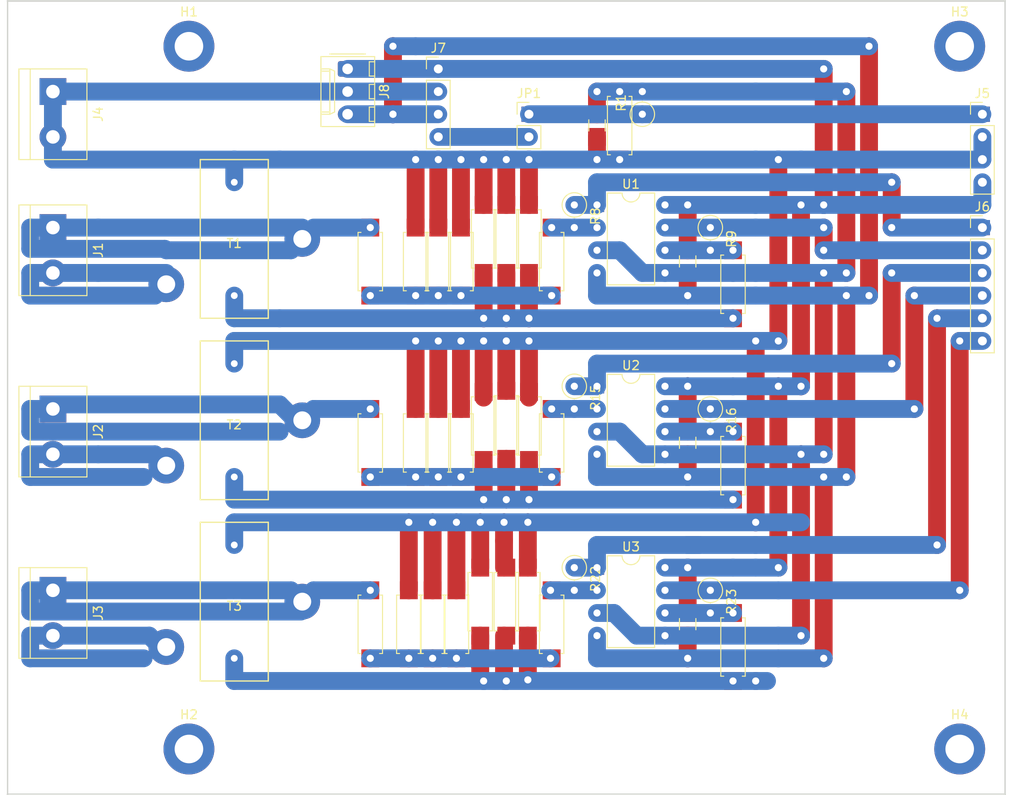
<source format=kicad_pcb>
(kicad_pcb (version 20211014) (generator pcbnew)
  (layers (0 "F.Cu" signal) (31 "B.Cu" signal) (34 "B.Paste" user) (35 "F.Paste" user) (36 "B.SilkS" user "B.Silkscreen") (37 "F.SilkS" user "F.Silkscreen") (38 "B.Mask" user) (39 "F.Mask" user) (44 "Edge.Cuts" user))
  (net 0 "")
  (net 1 "GND")
  (net 2 "VDDF")
  (net 3 "VCC")
  (net 4 "VEE")
  (net 5 "/AFE/sensor0/amp0/V_IN")
  (net 6 "/AFE/sensor0/amp0/I_IN")
  (net 7 "/AFE/sensor1/amp0/V_IN")
  (net 8 "/AFE/sensor1/amp0/I_IN")
  (net 9 "/AFE/sensor2/amp0/V_IN")
  (net 10 "/AFE/sensor2/amp0/I_IN")
  (net 11 "VDD")
  (net 12 "Net-(R6-Pad1)")
  (net 13 "Net-(R7-Pad1)")
  (net 14 "Net-(R13-Pad1)")
  (net 15 "Net-(R14-Pad1)")
  (net 16 "Net-(R20-Pad1)")
  (net 17 "Net-(R21-Pad1)")
  (net 18 "/L1_OR_R3_OUT")
  (net 19 "/L1_OR_R3_IN")
  (net 20 "/E1_OR_S3_IN")
  (net 21 "/E1_OR_S3_OUT")
  (net 22 "/T3_OUT")
  (net 23 "/T3_IN")
  (net 24 "/A0")
  (net 25 "/A1")
  (net 26 "/A2")
  (net 27 "/A3")
  (net 28 "/A4")
  (net 29 "/A5")
  (net 30 "Net-(J7-Pad4)")
  (footprint "For_Rasterboard:R_Axial_DIN0207_L6.3mm_D2.5mm_Pinf_Horizontal" (layer "F.Cu") (at 152.4 66.04 -90)
    (fp_text reference "R13" hide)
    (fp_text value "100k")
  )
  (footprint "For_Rasterboard:R_Axial_DIN0207_L6.3mm_D2.5mm_Pinf_Horizontal" (layer "F.Cu") (at 129.413 88.9 90)
    (fp_text reference "D10" hide)
    (fp_text value "1N4148")
  )
  (footprint "TerminalBlock:TerminalBlock_bornier-2_P5.08mm" (layer "F.Cu") (at 76.2 43.18 -90)
    (fp_text reference "J1")
    (fp_text value "Screw_Terminal_01x02")
  )
  (footprint "For_Rasterboard:R_Axial_DIN0207_L6.3mm_D2.5mm_Pinf_Horizontal" (layer "F.Cu") (at 127 61.468 -90)
    (fp_text reference "D8" hide)
    (fp_text value "1N4148")
  )
  (footprint "Resistor_THT:R_Axial_DIN0207_L6.3mm_D2.5mm_P2.54mm_Vertical" (layer "F.Cu") (at 149.86 63.5 -90)
    (fp_text reference "R16")
    (fp_text value "220k")
  )
  (footprint "MountingHole:MountingHole_3.2mm_M3_ISO7380_Pad" (layer "F.Cu") (at 91.44 22.86)
    (fp_text reference "H1")
    (fp_text value "MountingHole")
  )
  (footprint "MountingHole:MountingHole_3.2mm_M3_ISO7380_Pad" (layer "F.Cu") (at 177.8 22.86)
    (fp_text reference "H3")
    (fp_text value "MountingHole")
  )
  (footprint "MountingHole:MountingHole_3.2mm_M3_ISO7380_Pad" (layer "F.Cu") (at 177.8 101.6)
    (fp_text reference "H4")
    (fp_text value "MountingHole")
  )
  (footprint "MountingHole:MountingHole_3.2mm_M3_ISO7380_Pad" (layer "F.Cu") (at 91.44 101.6)
    (fp_text reference "H2")
    (fp_text value "MountingHole")
  )
  (footprint "For_Rasterboard:C_Disc_D3.0mm_W1.6mm_Pinf" (layer "F.Cu") (at 137.16 30.48 -90)
    (fp_text reference "C1" hide)
    (fp_text value "100n")
  )
  (footprint "Resistor_THT:R_Axial_DIN0207_L6.3mm_D2.5mm_P2.54mm_Vertical" (layer "F.Cu") (at 142.24 30.48 90)
    (fp_text reference "R1")
    (fp_text value "5k6")
  )
  (footprint "Connector_PinHeader_2.54mm:PinHeader_1x04_P2.54mm_Vertical" (layer "F.Cu") (at 119.38 25.4)
    (fp_text reference "J7")
    (fp_text value "Conn_01x04")
  )
  (footprint "Connector_PinHeader_2.54mm:PinHeader_1x02_P2.54mm_Vertical" (layer "F.Cu") (at 129.54 30.48)
    (fp_text reference "JP1")
    (fp_text value "Jumper_2_Open")
  )
  (footprint "Local_Modules:ASM-010" (layer "F.Cu") (at 96.52 44.45)
    (fp_text reference "T1")
    (fp_text value "ASM-010")
  )
  (footprint "TerminalBlock:TerminalBlock_bornier-2_P5.08mm" (layer "F.Cu") (at 76.2 63.5 -90)
    (fp_text reference "J2")
    (fp_text value "Screw_Terminal_01x02")
  )
  (footprint "TerminalBlock:TerminalBlock_bornier-2_P5.08mm" (layer "F.Cu") (at 76.2 83.82 -90)
    (fp_text reference "J3")
    (fp_text value "Screw_Terminal_01x02")
  )
  (footprint "TerminalBlock:TerminalBlock_bornier-2_P5.08mm" (layer "F.Cu") (at 76.2 27.94 -90)
    (fp_text reference "J4")
    (fp_text value "Screw_Terminal_01x02")
  )
  (footprint "Local_Modules:ASM-010" (layer "F.Cu") (at 96.52 64.77)
    (fp_text reference "T2")
    (fp_text value "ASM-010")
  )
  (footprint "Local_Modules:ASM-010" (layer "F.Cu") (at 96.52 85.09)
    (fp_text reference "T3")
    (fp_text value "ASM-010")
  )
  (footprint "For_Rasterboard:C_Disc_D3.0mm_W1.6mm_Pinf" (layer "F.Cu") (at 147.32 45.72 -90)
    (fp_text reference "C2" hide)
    (fp_text value "100n")
  )
  (footprint "For_Rasterboard:C_Disc_D3.0mm_W1.6mm_Pinf" (layer "F.Cu") (at 147.32 86.36 -90)
    (fp_text reference "C4" hide)
    (fp_text value "100n")
  )
  (footprint "Connector_PinHeader_2.54mm:PinHeader_1x04_P2.54mm_Vertical" (layer "F.Cu") (at 180.34 30.48)
    (fp_text reference "J5")
    (fp_text value "Conn_01x04")
  )
  (footprint "Connector_PinHeader_2.54mm:PinHeader_1x06_P2.54mm_Vertical" (layer "F.Cu") (at 180.34 43.18)
    (fp_text reference "J6")
    (fp_text value "Conn_01x06")
  )
  (footprint "For_Rasterboard:R_Axial_DIN0207_L6.3mm_D2.5mm_Pinf_Horizontal" (layer "F.Cu") (at 139.7 27.94 -90)
    (fp_text reference "R2" hide)
    (fp_text value "1k")
  )
  (footprint "For_Rasterboard:R_Axial_DIN0207_L6.3mm_D2.5mm_Pinf_Horizontal" (layer "F.Cu") (at 124.46 48.26 90)
    (fp_text reference "R3" hide)
    (fp_text value "50")
  )
  (footprint "For_Rasterboard:R_Axial_DIN0207_L6.3mm_D2.5mm_Pinf_Horizontal" (layer "F.Cu") (at 111.76 43.18 -90)
    (fp_text reference "R4" hide)
    (fp_text value "1M5")
  )
  (footprint "For_Rasterboard:R_Axial_DIN0207_L6.3mm_D2.5mm_Pinf_Horizontal" (layer "F.Cu") (at 116.84 50.8 90)
    (fp_text reference "R5" hide)
    (fp_text value "1k")
  )
  (footprint "For_Rasterboard:R_Axial_DIN0207_L6.3mm_D2.5mm_Pinf_Horizontal" (layer "F.Cu") (at 152.4 45.72 -90)
    (fp_text reference "R6" hide)
    (fp_text value "100k")
  )
  (footprint "For_Rasterboard:R_Axial_DIN0207_L6.3mm_D2.5mm_Pinf_Horizontal" (layer "F.Cu") (at 124.46 69.215 90)
    (fp_text reference "R10" hide)
    (fp_text value "50")
  )
  (footprint "For_Rasterboard:R_Axial_DIN0207_L6.3mm_D2.5mm_Pinf_Horizontal" (layer "F.Cu") (at 111.76 63.5 -90)
    (fp_text reference "R11" hide)
    (fp_text value "1M5")
  )
  (footprint "For_Rasterboard:R_Axial_DIN0207_L6.3mm_D2.5mm_Pinf_Horizontal" (layer "F.Cu") (at 121.92 71.12 90)
    (fp_text reference "R12" hide)
    (fp_text value "1k")
  )
  (footprint "For_Rasterboard:R_Axial_DIN0207_L6.3mm_D2.5mm_Pinf_Horizontal" (layer "F.Cu") (at 152.4 86.36 -90)
    (fp_text reference "R20" hide)
    (fp_text value "100k")
  )
  (footprint "Package_DIP:DIP-8_W7.62mm" (layer "F.Cu") (at 137.16 40.64)
    (fp_text reference "U1")
    (fp_text value "TL072")
  )
  (footprint "Package_DIP:DIP-8_W7.62mm" (layer "F.Cu") (at 137.16 81.28)
    (fp_text reference "U3")
    (fp_text value "TL072")
  )
  (footprint "Package_DIP:DIP-8_W7.62mm" (layer "F.Cu") (at 137.16 60.96)
    (fp_text reference "U2")
    (fp_text value "TL072")
  )
  (footprint "For_Rasterboard:R_Axial_DIN0207_L6.3mm_D2.5mm_Pinf_Horizontal" (layer "F.Cu") (at 124.079 88.9 90)
    (fp_text reference "R17" hide)
    (fp_text value "50")
  )
  (footprint "For_Rasterboard:R_Axial_DIN0207_L6.3mm_D2.5mm_Pinf_Horizontal" (layer "F.Cu") (at 111.76 83.82 -90)
    (fp_text reference "R18" hide)
    (fp_text value "1M5")
  )
  (footprint "For_Rasterboard:R_Axial_DIN0207_L6.3mm_D2.5mm_Pinf_Horizontal" (layer "F.Cu") (at 121.412 91.44 90)
    (fp_text reference "R19" hide)
    (fp_text value "1k")
  )
  (footprint "For_Rasterboard:C_Disc_D3.0mm_W1.6mm_Pinf" (layer "F.Cu") (at 147.32 66.04 -90)
    (fp_text reference "C3" hide)
    (fp_text value "100n")
  )
  (footprint "Resistor_THT:R_Axial_DIN0207_L6.3mm_D2.5mm_P2.54mm_Vertical" (layer "F.Cu") (at 149.86 43.18 -90)
    (fp_text reference "R9")
    (fp_text value "220k")
  )
  (footprint "Resistor_THT:R_Axial_DIN0207_L6.3mm_D2.5mm_P2.54mm_Vertical" (layer "F.Cu") (at 149.86 83.82 -90)
    (fp_text reference "R23")
    (fp_text value "220k")
  )
  (footprint "For_Rasterboard:R_Axial_DIN0207_L6.3mm_D2.5mm_Pinf_Horizontal" (layer "F.Cu") (at 121.92 50.8 90)
    (fp_text reference "D1" hide)
    (fp_text value "1N4148")
  )
  (footprint "For_Rasterboard:R_Axial_DIN0207_L6.3mm_D2.5mm_Pinf_Horizontal" (layer "F.Cu") (at 119.38 71.12 90)
    (fp_text reference "D5" hide)
    (fp_text value "1N4148")
  )
  (footprint "For_Rasterboard:R_Axial_DIN0207_L6.3mm_D2.5mm_Pinf_Horizontal" (layer "F.Cu") (at 118.745 91.44 90)
    (fp_text reference "D9" hide)
    (fp_text value "1N4148")
  )
  (footprint "For_Rasterboard:R_Axial_DIN0207_L6.3mm_D2.5mm_Pinf_Horizontal" (layer "F.Cu") (at 132.08 43.18 -90)
    (fp_text reference "R7" hide)
    (fp_text value "100k")
  )
  (footprint "Resistor_THT:R_Axial_DIN0207_L6.3mm_D2.5mm_P2.54mm_Vertical" (layer "F.Cu") (at 134.62 40.64 -90)
    (fp_text reference "R8")
    (fp_text value "220k")
  )
  (footprint "For_Rasterboard:R_Axial_DIN0207_L6.3mm_D2.5mm_Pinf_Horizontal" (layer "F.Cu") (at 132.08 63.5 -90)
    (fp_text reference "R14" hide)
    (fp_text value "100k")
  )
  (footprint "Resistor_THT:R_Axial_DIN0207_L6.3mm_D2.5mm_P2.54mm_Vertical" (layer "F.Cu") (at 134.62 60.96 -90)
    (fp_text reference "R15")
    (fp_text value "220k")
  )
  (footprint "For_Rasterboard:R_Axial_DIN0207_L6.3mm_D2.5mm_Pinf_Horizontal" (layer "F.Cu") (at 132.08 83.82 -90)
    (fp_text reference "R21" hide)
    (fp_text value "100k")
  )
  (footprint "Resistor_THT:R_Axial_DIN0207_L6.3mm_D2.5mm_P2.54mm_Vertical" (layer "F.Cu") (at 134.62 81.28 -90)
    (fp_text reference "R22")
    (fp_text value "220k")
  )
  (footprint "For_Rasterboard:R_Axial_DIN0207_L6.3mm_D2.5mm_Pinf_Horizontal" (layer "F.Cu") (at 129.54 48.26 90)
    (fp_text reference "D2" hide)
    (fp_text value "1N4148")
  )
  (footprint "For_Rasterboard:R_Axial_DIN0207_L6.3mm_D2.5mm_Pinf_Horizontal" (layer "F.Cu") (at 119.38 43.18 -90)
    (fp_text reference "D3" hide)
    (fp_text value "1N4148")
  )
  (footprint "For_Rasterboard:R_Axial_DIN0207_L6.3mm_D2.5mm_Pinf_Horizontal" (layer "F.Cu") (at 127 40.64 -90)
    (fp_text reference "D4" hide)
    (fp_text value "1N4148")
  )
  (footprint "For_Rasterboard:R_Axial_DIN0207_L6.3mm_D2.5mm_Pinf_Horizontal" (layer "F.Cu") (at 129.54 69.215 90)
    (fp_text reference "D6" hide)
    (fp_text value "1N4148")
  )
  (footprint "For_Rasterboard:R_Axial_DIN0207_L6.3mm_D2.5mm_Pinf_Horizontal" (layer "F.Cu") (at 116.84 63.5 -90)
    (fp_text reference "D7" hide)
    (fp_text value "1N4148")
  )
  (footprint "For_Rasterboard:R_Axial_DIN0207_L6.3mm_D2.5mm_Pinf_Horizontal" (layer "F.Cu") (at 116.078 83.82 -90)
    (fp_text reference "D11" hide)
    (fp_text value "1N4148")
  )
  (footprint "For_Rasterboard:R_Axial_DIN0207_L6.3mm_D2.5mm_Pinf_Horizontal" (layer "F.Cu") (at 127 81.28 -90)
    (fp_text reference "D12" hide)
    (fp_text value "1N4148")
  )
  (footprint "Connector_Molex:Molex_KK-254_AE-6410-03A_1x03_P2.54mm_Vertical" (layer "F.Cu") (at 109.22 25.4 -90)
    (fp_text reference "J8")
    (fp_text value "NS25-W3P male")
  )
  (gr_line (start 71.12 106.68) (end 182.88 106.68) (layer "Edge.Cuts") (width 0.2))
  (gr_line (start 71.12 106.68) (end 71.12 17.78) (layer "Edge.Cuts") (width 0.15))
  (gr_line (start 182.88 106.68) (end 182.88 17.78) (layer "Edge.Cuts") (width 0.15))
  (gr_line (start 71.12 17.78) (end 182.88 17.78) (layer "Edge.Cuts") (width 0.2))
  (segment (start 126.746 78.28) (end 126.746 76.2) (width 2) (layer "F.Cu") (net 1))
  (segment (start 126.746 81.28) (end 126.746 78.28) (width 2) (layer "F.Cu") (net 1))
  (segment (start 129.413 81.28) (end 129.413 76.2) (width 2) (layer "F.Cu") (net 1))
  (segment (start 121.92 63.5) (end 121.92 55.88) (width 2) (layer "F.Cu") (net 1))
  (segment (start 157.48 35.56) (end 157.48 55.88) (width 2) (layer "F.Cu") (net 1))
  (segment (start 116.078 83.82) (end 116.078 76.2) (width 2) (layer "F.Cu") (net 1))
  (segment (start 116.84 43.18) (end 116.84 35.56) (width 2) (layer "F.Cu") (net 1))
  (segment (start 129.54 40.64) (end 129.54 35.56) (width 2) (layer "F.Cu") (net 1))
  (segment (start 119.38 63.5) (end 119.38 55.88) (width 2) (layer "F.Cu") (net 1))
  (segment (start 121.412 83.82) (end 121.412 76.835) (width 2) (layer "F.Cu") (net 1))
  (segment (start 118.745 83.82) (end 118.745 76.835) (width 2) (layer "F.Cu") (net 1))
  (segment (start 127 40.64) (end 127 35.56) (width 2) (layer "F.Cu") (net 1))
  (segment (start 127 61.468) (end 127 55.88) (width 2) (layer "F.Cu") (net 1))
  (segment (start 124.46 62.23) (end 124.46 55.88) (width 2) (layer "F.Cu") (net 1))
  (segment (start 116.84 63.5) (end 116.84 55.88) (width 2) (layer "F.Cu") (net 1))
  (segment (start 119.38 43.18) (end 119.38 35.56) (width 2) (layer "F.Cu") (net 1))
  (segment (start 124.079 81.28) (end 124.079 76.2) (width 2) (layer "F.Cu") (net 1))
  (segment (start 124.46 40.64) (end 124.46 35.56) (width 2) (layer "F.Cu") (net 1))
  (segment (start 154.94 55.88) (end 154.94 76.2) (width 2) (layer "F.Cu") (net 1))
  (segment (start 129.54 62.23) (end 129.54 55.88) (width 2) (layer "F.Cu") (net 1))
  (segment (start 137.16 33.02) (end 137.16 35.56) (width 2) (layer "F.Cu") (net 1))
  (segment (start 121.92 43.18) (end 121.92 35.56) (width 2) (layer "F.Cu") (net 1))
  (via (at 126.746 76.2) (size 2) (drill 0.8) (layers "F.Cu" "B.Cu") (net 1))
  (via (at 129.413 76.2) (size 2) (drill 0.8) (layers "F.Cu" "B.Cu") (net 1))
  (via (at 157.48 35.56) (size 2) (drill 0.8) (layers "F.Cu" "B.Cu") (net 1))
  (via (at 129.54 55.88) (size 2) (drill 0.8) (layers "F.Cu" "B.Cu") (net 1))
  (via (at 119.38 35.56) (size 2) (drill 0.8) (layers "F.Cu" "B.Cu") (net 1))
  (via (at 139.7 35.56) (size 2) (drill 0.8) (layers "F.Cu" "B.Cu") (net 1))
  (via (at 127 35.56) (size 2) (drill 0.8) (layers "F.Cu" "B.Cu") (net 1))
  (via (at 157.48 55.88) (size 2) (drill 0.8) (layers "F.Cu" "B.Cu") (net 1))
  (via (at 154.94 55.88) (size 2) (drill 0.8) (layers "F.Cu" "B.Cu") (net 1))
  (via (at 129.54 35.56) (size 2) (drill 0.8) (layers "F.Cu" "B.Cu") (net 1))
  (via (at 116.078 76.2) (size 2) (drill 0.8) (layers "F.Cu" "B.Cu") (net 1))
  (via (at 154.94 76.2) (size 2) (drill 0.8) (layers "F.Cu" "B.Cu") (net 1))
  (via (at 124.079 76.2) (size 2) (drill 0.8) (layers "F.Cu" "B.Cu") (net 1))
  (via (at 119.38 55.88) (size 2) (drill 0.8) (layers "F.Cu" "B.Cu") (net 1))
  (via (at 116.84 55.88) (size 2) (drill 0.8) (layers "F.Cu" "B.Cu") (net 1))
  (via (at 127 55.88) (size 2) (drill 0.8) (layers "F.Cu" "B.Cu") (net 1))
  (via (at 137.16 35.56) (size 2) (drill 0.8) (layers "F.Cu" "B.Cu") (net 1))
  (via (at 118.745 76.2) (size 2) (drill 0.8) (layers "F.Cu" "B.Cu") (net 1))
  (via (at 116.84 35.56) (size 2) (drill 0.8) (layers "F.Cu" "B.Cu") (net 1))
  (via (at 121.92 35.56) (size 2) (drill 0.8) (layers "F.Cu" "B.Cu") (net 1))
  (via (at 124.46 55.88) (size 2) (drill 0.8) (layers "F.Cu" "B.Cu") (net 1))
  (via (at 121.92 55.88) (size 2) (drill 0.8) (layers "F.Cu" "B.Cu") (net 1))
  (via (at 124.46 35.56) (size 2) (drill 0.8) (layers "F.Cu" "B.Cu") (net 1))
  (via (at 121.412 76.2) (size 2) (drill 0.8) (layers "F.Cu" "B.Cu") (net 1))
  (segment (start 96.52 55.88) (end 154.94 55.88) (width 2) (layer "B.Cu") (net 1))
  (segment (start 96.52 35.56) (end 96.52 38.1) (width 2) (layer "B.Cu") (net 1))
  (segment (start 137.16 35.56) (end 101.6 35.56) (width 2) (layer "B.Cu") (net 1))
  (segment (start 96.52 78.74) (end 96.52 76.2) (width 2) (layer "B.Cu") (net 1))
  (segment (start 157.48 35.56) (end 154.94 35.56) (width 2) (layer "B.Cu") (net 1))
  (segment (start 118.745 76.2) (end 121.92 76.2) (width 2) (layer "B.Cu") (net 1))
  (segment (start 180.34 35.56) (end 180.34 33.02) (width 2) (layer "B.Cu") (net 1))
  (segment (start 96.52 35.56) (end 101.6 35.56) (width 2) (layer "B.Cu") (net 1))
  (segment (start 154.94 35.56) (end 137.16 35.56) (width 2) (layer "B.Cu") (net 1))
  (segment (start 160.02 35.56) (end 157.48 35.56) (width 2) (layer "B.Cu") (net 1))
  (segment (start 96.52 58.42) (end 96.52 55.88) (width 2) (layer "B.Cu") (net 1))
  (segment (start 157.48 76.2) (end 160.02 76.2) (width 2) (layer "B.Cu") (net 1))
  (segment (start 76.2 35.56) (end 76.2 27.94) (width 2) (layer "B.Cu") (net 1))
  (segment (start 96.52 76.2) (end 118.745 76.2) (width 2) (layer "B.Cu") (net 1))
  (segment (start 154.94 55.88) (end 157.48 55.88) (width 2) (layer "B.Cu") (net 1))
  (segment (start 121.92 76.2) (end 157.48 76.2) (width 2) (layer "B.Cu") (net 1))
  (segment (start 96.52 35.56) (end 76.2 35.56) (width 2) (layer "B.Cu") (net 1))
  (segment (start 160.02 35.56) (end 180.34 35.56) (width 2) (layer "B.Cu") (net 1))
  (segment (start 119.38 27.94) (end 76.2 27.94) (width 2) (layer "B.Cu") (net 1))
  (segment (start 160.02 68.58) (end 160.02 88.9) (width 2) (layer "F.Cu") (net 2))
  (segment (start 165.1 48.26) (end 165.1 27.94) (width 2) (layer "F.Cu") (net 2))
  (segment (start 162.56 48.26) (end 162.56 68.58) (width 2) (layer "F.Cu") (net 2))
  (segment (start 137.16 30.48) (end 137.16 27.94) (width 2) (layer "F.Cu") (net 2))
  (via (at 162.56 48.26) (size 2) (drill 0.8) (layers "F.Cu" "B.Cu") (net 2))
  (via (at 165.1 27.94) (size 2) (drill 0.8) (layers "F.Cu" "B.Cu") (net 2))
  (via (at 165.1 48.26) (size 2) (drill 0.8) (layers "F.Cu" "B.Cu") (net 2))
  (via (at 137.16 27.94) (size 2) (drill 0.8) (layers "F.Cu" "B.Cu") (net 2))
  (via (at 139.7 27.94) (size 2) (drill 0.8) (layers "F.Cu" "B.Cu") (net 2))
  (via (at 160.02 68.58) (size 2) (drill 0.8) (layers "F.Cu" "B.Cu") (net 2))
  (via (at 160.02 88.9) (size 2) (drill 0.8) (layers "F.Cu" "B.Cu") (net 2))
  (via (at 162.56 68.58) (size 2) (drill 0.8) (layers "F.Cu" "B.Cu") (net 2))
  (segment (start 139.7 45.72) (end 142.24 48.26) (width 2) (layer "B.Cu") (net 2))
  (segment (start 141.605 88.9) (end 144.78 88.9) (width 2) (layer "B.Cu") (net 2))
  (segment (start 154.94 48.26) (end 162.56 48.26) (width 2) (layer "B.Cu") (net 2))
  (segment (start 137.16 45.72) (end 139.7 45.72) (width 2) (layer "B.Cu") (net 2))
  (segment (start 160.02 68.58) (end 144.78 68.58) (width 2) (layer "B.Cu") (net 2))
  (segment (start 139.7 66.04) (end 142.24 68.58) (width 2) (layer "B.Cu") (net 2))
  (segment (start 154.94 27.94) (end 142.24 27.94) (width 2) (layer "B.Cu") (net 2))
  (segment (start 165.1 27.94) (end 154.94 27.94) (width 2) (layer "B.Cu") (net 2))
  (segment (start 162.56 48.26) (end 165.1 48.26) (width 2) (layer "B.Cu") (net 2))
  (segment (start 142.24 27.94) (end 139.7 27.94) (width 2) (layer "B.Cu") (net 2))
  (segment (start 142.24 48.26) (end 144.78 48.26) (width 2) (layer "B.Cu") (net 2))
  (segment (start 160.02 88.9) (end 157.48 88.9) (width 2) (layer "B.Cu") (net 2))
  (segment (start 137.16 86.36) (end 139.065 86.36) (width 2) (layer "B.Cu") (net 2))
  (segment (start 144.78 48.26) (end 152.4 48.26) (width 2) (layer "B.Cu") (net 2))
  (segment (start 152.4 48.26) (end 154.94 48.26) (width 2) (layer "B.Cu") (net 2))
  (segment (start 162.56 68.58) (end 160.02 68.58) (width 2) (layer "B.Cu") (net 2))
  (segment (start 142.24 68.58) (end 144.78 68.58) (width 2) (layer "B.Cu") (net 2))
  (segment (start 144.78 88.9) (end 157.48 88.9) (width 2) (layer "B.Cu") (net 2))
  (segment (start 139.7 27.94) (end 137.16 27.94) (width 2) (layer "B.Cu") (net 2))
  (segment (start 139.065 86.36) (end 141.605 88.9) (width 2) (layer "B.Cu") (net 2))
  (segment (start 137.16 66.04) (end 139.7 66.04) (width 2) (layer "B.Cu") (net 2))
  (segment (start 147.32 45.72) (end 147.32 40.64) (width 2) (layer "F.Cu") (net 3))
  (segment (start 157.48 81.28) (end 157.48 60.96) (width 2) (layer "F.Cu") (net 3))
  (segment (start 160.02 60.96) (end 160.02 40.64) (width 2) (layer "F.Cu") (net 3))
  (segment (start 147.32 66.04) (end 147.32 60.96) (width 2) (layer "F.Cu") (net 3))
  (segment (start 162.56 40.64) (end 162.56 25.4) (width 2) (layer "F.Cu") (net 3))
  (segment (start 147.32 86.36) (end 147.32 81.28) (width 2) (layer "F.Cu") (net 3))
  (via (at 157.48 81.28) (size 2) (drill 0.8) (layers "F.Cu" "B.Cu") (net 3))
  (via (at 147.32 60.96) (size 2) (drill 0.8) (layers "F.Cu" "B.Cu") (net 3))
  (via (at 162.56 40.64) (size 2) (drill 0.8) (layers "F.Cu" "B.Cu") (net 3))
  (via (at 160.02 60.96) (size 2) (drill 0.8) (layers "F.Cu" "B.Cu") (net 3))
  (via (at 147.32 40.64) (size 2) (drill 0.8) (layers "F.Cu" "B.Cu") (net 3))
  (via (at 162.56 25.4) (size 2) (drill 0.8) (layers "F.Cu" "B.Cu") (net 3))
  (via (at 160.02 40.64) (size 2) (drill 0.8) (layers "F.Cu" "B.Cu") (net 3))
  (via (at 157.48 60.96) (size 2) (drill 0.8) (layers "F.Cu" "B.Cu") (net 3))
  (via (at 147.32 81.28) (size 2) (drill 0.8) (layers "F.Cu" "B.Cu") (net 3))
  (segment (start 119.38 25.4) (end 109.22 25.4) (width 2) (layer "B.Cu") (net 3))
  (segment (start 144.78 81.28) (end 147.32 81.28) (width 2) (layer "B.Cu") (net 3))
  (segment (start 144.78 60.96) (end 147.32 60.96) (width 2) (layer "B.Cu") (net 3))
  (segment (start 154.94 60.96) (end 152.4 60.96) (width 2) (layer "B.Cu") (net 3))
  (segment (start 152.4 81.28) (end 154.94 81.28) (width 2) (layer "B.Cu") (net 3))
  (segment (start 154.94 81.28) (end 157.48 81.28) (width 2) (layer "B.Cu") (net 3))
  (segment (start 147.32 81.28) (end 152.4 81.28) (width 2) (layer "B.Cu") (net 3))
  (segment (start 162.56 25.4) (end 119.38 25.4) (width 2) (layer "B.Cu") (net 3))
  (segment (start 162.56 40.64) (end 180.34 40.64) (width 2) (layer "B.Cu") (net 3))
  (segment (start 147.32 60.96) (end 152.4 60.96) (width 2) (layer "B.Cu") (net 3))
  (segment (start 160.02 40.64) (end 162.56 40.64) (width 2) (layer "B.Cu") (net 3))
  (segment (start 154.94 60.96) (end 160.02 60.96) (width 2) (layer "B.Cu") (net 3))
  (segment (start 160.02 40.64) (end 154.94 40.64) (width 2) (layer "B.Cu") (net 3))
  (segment (start 144.78 40.64) (end 154.94 40.64) (width 2) (layer "B.Cu") (net 3))
  (segment (start 180.34 40.64) (end 180.34 38.1) (width 2) (layer "B.Cu") (net 3))
  (segment (start 147.32 88.9) (end 147.32 91.44) (width 2) (layer "F.Cu") (net 4))
  (segment (start 147.32 68.58) (end 147.32 71.12) (width 2) (layer "F.Cu") (net 4))
  (segment (start 162.56 91.44) (end 162.56 71.12) (width 2) (layer "F.Cu") (net 4))
  (segment (start 114.3 22.86) (end 114.3 30.48) (width 2) (layer "F.Cu") (net 4))
  (segment (start 147.32 50.8) (end 147.32 48.26) (width 2) (layer "F.Cu") (net 4))
  (segment (start 167.64 50.8) (end 167.64 22.86) (width 2) (layer "F.Cu") (net 4))
  (segment (start 165.1 71.12) (end 165.1 50.8) (width 2) (layer "F.Cu") (net 4))
  (via (at 114.3 30.48) (size 2) (drill 0.8) (layers "F.Cu" "B.Cu") (net 4))
  (via (at 162.56 91.44) (size 2) (drill 0.8) (layers "F.Cu" "B.Cu") (net 4))
  (via (at 114.3 30.48) (size 2) (drill 0.8) (layers "F.Cu" "B.Cu") (net 4))
  (via (at 147.32 71.12) (size 2) (drill 0.8) (layers "F.Cu" "B.Cu") (net 4))
  (via (at 147.32 50.8) (size 2) (drill 0.8) (layers "F.Cu" "B.Cu") (net 4))
  (via (at 147.32 91.44) (size 2) (drill 0.8) (layers "F.Cu" "B.Cu") (net 4))
  (via (at 114.3 22.86) (size 2) (drill 0.8) (layers "F.Cu" "B.Cu") (net 4))
  (via (at 162.56 71.12) (size 2) (drill 0.8) (layers "F.Cu" "B.Cu") (net 4))
  (via (at 167.64 50.8) (size 2) (drill 0.8) (layers "F.Cu" "B.Cu") (net 4))
  (via (at 167.64 22.86) (size 2) (drill 0.8) (layers "F.Cu" "B.Cu") (net 4))
  (via (at 165.1 71.12) (size 2) (drill 0.8) (layers "F.Cu" "B.Cu") (net 4))
  (via (at 165.1 50.8) (size 2) (drill 0.8) (layers "F.Cu" "B.Cu") (net 4))
  (segment (start 137.16 50.8) (end 137.16 48.26) (width 2) (layer "B.Cu") (net 4))
  (segment (start 147.32 71.12) (end 137.16 71.12) (width 2) (layer "B.Cu") (net 4))
  (segment (start 157.48 91.44) (end 162.56 91.44) (width 2) (layer "B.Cu") (net 4))
  (segment (start 167.64 22.86) (end 116.84 22.86) (width 2) (layer "B.Cu") (net 4))
  (segment (start 114.3 30.48) (end 109.22 30.48) (width 2) (layer "B.Cu") (net 4))
  (segment (start 119.38 30.48) (end 114.3 30.48) (width 2) (layer "B.Cu") (net 4))
  (segment (start 165.1 50.8) (end 167.64 50.8) (width 2) (layer "B.Cu") (net 4))
  (segment (start 116.84 22.86) (end 114.3 22.86) (width 2) (layer "B.Cu") (net 4))
  (segment (start 137.16 88.9) (end 137.16 91.44) (width 2) (layer "B.Cu") (net 4))
  (segment (start 163.131283 71.12) (end 165.1 71.12) (width 2) (layer "B.Cu") (net 4))
  (segment (start 147.32 71.12) (end 163.131283 71.12) (width 2) (layer "B.Cu") (net 4))
  (segment (start 154.94 50.8) (end 137.16 50.8) (width 2) (layer "B.Cu") (net 4))
  (segment (start 137.16 91.44) (end 157.48 91.44) (width 2) (layer "B.Cu") (net 4))
  (segment (start 137.16 71.12) (end 137.16 68.58) (width 2) (layer "B.Cu") (net 4))
  (segment (start 154.94 50.8) (end 165.1 50.8) (width 2) (layer "B.Cu") (net 4))
  (via (at 116.84 50.8) (size 2) (drill 0.8) (layers "F.Cu" "B.Cu") (net 5))
  (via (at 121.92 50.8) (size 2) (drill 0.8) (layers "F.Cu" "B.Cu") (net 5))
  (via (at 111.76 50.8) (size 2) (drill 0.8) (layers "F.Cu" "B.Cu") (net 5))
  (via (at 132.08 50.8) (size 2) (drill 0.8) (layers "F.Cu" "B.Cu") (net 5))
  (via (at 119.38 50.8) (size 2) (drill 0.8) (layers "F.Cu" "B.Cu") (net 5))
  (segment (start 132.08 50.8) (end 111.76 50.8) (width 2) (layer "B.Cu") (net 5))
  (segment (start 127 48.26) (end 127 53.34) (width 2) (layer "F.Cu") (net 6))
  (segment (start 129.54 48.26) (end 129.54 53.34) (width 2) (layer "F.Cu") (net 6))
  (segment (start 124.46 48.26) (end 124.46 53.34) (width 2) (layer "F.Cu") (net 6))
  (via (at 127 53.34) (size 2) (drill 0.8) (layers "F.Cu" "B.Cu") (net 6))
  (via (at 152.4 53.34) (size 2) (drill 0.8) (layers "F.Cu" "B.Cu") (net 6))
  (via (at 124.46 53.34) (size 2) (drill 0.8) (layers "F.Cu" "B.Cu") (net 6))
  (via (at 129.54 53.34) (size 2) (drill 0.8) (layers "F.Cu" "B.Cu") (net 6))
  (segment (start 152.4 53.34) (end 101.6 53.34) (width 2) (layer "B.Cu") (net 6))
  (segment (start 96.52 53.34) (end 96.52 50.8) (width 2) (layer "B.Cu") (net 6))
  (segment (start 96.52 53.34) (end 101.6 53.34) (width 2) (layer "B.Cu") (net 6))
  (via (at 116.84 71.12) (size 2) (drill 0.8) (layers "F.Cu" "B.Cu") (net 7))
  (via (at 121.92 71.12) (size 2) (drill 0.8) (layers "F.Cu" "B.Cu") (net 7))
  (via (at 119.38 71.12) (size 2) (drill 0.8) (layers "F.Cu" "B.Cu") (net 7))
  (via (at 111.76 71.12) (size 2) (drill 0.8) (layers "F.Cu" "B.Cu") (net 7))
  (via (at 132.08 71.12) (size 2) (drill 0.8) (layers "F.Cu" "B.Cu") (net 7))
  (segment (start 132.08 71.12) (end 111.76 71.12) (width 2) (layer "B.Cu") (net 7))
  (segment (start 127 72.088) (end 127 73.66) (width 2) (layer "F.Cu") (net 8))
  (segment (start 129.54 69.85) (end 129.54 73.66) (width 2) (layer "F.Cu") (net 8))
  (segment (start 127 69.088) (end 127 72.088) (width 2) (layer "F.Cu") (net 8))
  (segment (start 124.46 69.85) (end 124.46 73.66) (width 2) (layer "F.Cu") (net 8))
  (via (at 124.46 73.66) (size 2) (drill 0.8) (layers "F.Cu" "B.Cu") (net 8))
  (via (at 127 73.66) (size 2) (drill 0.8) (layers "F.Cu" "B.Cu") (net 8))
  (via (at 129.54 73.66) (size 2) (drill 0.8) (layers "F.Cu" "B.Cu") (net 8))
  (via (at 152.4 73.66) (size 2) (drill 0.8) (layers "F.Cu" "B.Cu") (net 8))
  (segment (start 149.86 73.66) (end 152.4 73.66) (width 2) (layer "B.Cu") (net 8))
  (segment (start 96.52 73.66) (end 152.4 73.66) (width 2) (layer "B.Cu") (net 8))
  (segment (start 96.52 71.12) (end 96.52 73.66) (width 2) (layer "B.Cu") (net 8))
  (via (at 121.412 91.44) (size 2) (drill 0.8) (layers "F.Cu" "B.Cu") (net 9))
  (via (at 116.078 91.44) (size 2) (drill 0.8) (layers "F.Cu" "B.Cu") (net 9))
  (via (at 131.953 91.44) (size 2) (drill 0.8) (layers "F.Cu" "B.Cu") (net 9))
  (via (at 118.745 91.44) (size 2) (drill 0.8) (layers "F.Cu" "B.Cu") (net 9))
  (via (at 111.76 91.44) (size 2) (drill 0.8) (layers "F.Cu" "B.Cu") (net 9))
  (segment (start 131.953 91.44) (end 111.76 91.44) (width 2) (layer "B.Cu") (net 9))
  (segment (start 126.746 88.9) (end 126.746 93.98) (width 2) (layer "F.Cu") (net 10))
  (segment (start 124.079 91.9) (end 123.952 92.027) (width 2) (layer "F.Cu") (net 10))
  (segment (start 129.413 88.9) (end 129.413 93.853) (width 2) (layer "F.Cu") (net 10))
  (segment (start 124.079 88.9) (end 124.079 91.9) (width 2) (layer "F.Cu") (net 10))
  (segment (start 124.079 91.9) (end 124.079 93.853) (width 2) (layer "F.Cu") (net 10))
  (via (at 154.94 93.98) (size 2) (drill 0.8) (layers "F.Cu" "B.Cu") (net 10))
  (via (at 127 93.98) (size 2) (drill 0.8) (layers "F.Cu" "B.Cu") (net 10))
  (via (at 152.4 93.98) (size 2) (drill 0.8) (layers "F.Cu" "B.Cu") (net 10))
  (via (at 124.46 93.98) (size 2) (drill 0.8) (layers "F.Cu" "B.Cu") (net 10))
  (via (at 129.413 93.853) (size 2) (drill 0.8) (layers "F.Cu" "B.Cu") (net 10))
  (segment (start 152.4 93.98) (end 156.21 93.98) (width 2) (layer "B.Cu") (net 10))
  (segment (start 124.46 93.98) (end 127 93.98) (width 2) (layer "B.Cu") (net 10))
  (segment (start 96.52 93.98) (end 124.46 93.98) (width 2) (layer "B.Cu") (net 10))
  (segment (start 127 93.98) (end 152.4 93.98) (width 2) (layer "B.Cu") (net 10))
  (segment (start 96.52 91.44) (end 96.52 93.98) (width 2) (layer "B.Cu") (net 10))
  (segment (start 165.1 30.48) (end 142.24 30.48) (width 2) (layer "B.Cu") (net 11))
  (segment (start 165.1 30.48) (end 180.34 30.48) (width 2) (layer "B.Cu") (net 11))
  (segment (start 129.54 30.48) (end 142.24 30.48) (width 2) (layer "B.Cu") (net 11))
  (via (at 152.4 45.72) (size 2) (drill 0.8) (layers "F.Cu" "B.Cu") (net 12))
  (segment (start 149.86 45.72) (end 152.4 45.72) (width 2) (layer "B.Cu") (net 12))
  (segment (start 144.78 45.72) (end 149.86 45.72) (width 2) (layer "B.Cu") (net 12))
  (via (at 132.08 43.18) (size 2) (drill 0.8) (layers "F.Cu" "B.Cu") (net 13))
  (segment (start 137.16 43.18) (end 134.62 43.18) (width 2) (layer "B.Cu") (net 13))
  (segment (start 134.62 43.18) (end 132.08 43.18) (width 2) (layer "B.Cu") (net 13))
  (via (at 152.4 66.04) (size 2) (drill 0.8) (layers "F.Cu" "B.Cu") (net 14))
  (segment (start 152.4 66.04) (end 149.86 66.04) (width 2) (layer "B.Cu") (net 14))
  (segment (start 144.78 66.04) (end 149.86 66.04) (width 2) (layer "B.Cu") (net 14))
  (via (at 132.08 63.5) (size 2) (drill 0.8) (layers "F.Cu" "B.Cu") (net 15))
  (segment (start 134.62 63.5) (end 137.16 63.5) (width 2) (layer "B.Cu") (net 15))
  (segment (start 134.62 63.5) (end 132.08 63.5) (width 2) (layer "B.Cu") (net 15))
  (via (at 152.4 86.36) (size 2) (drill 0.8) (layers "F.Cu" "B.Cu") (net 16))
  (segment (start 151.13 86.36) (end 152.4 86.36) (width 2) (layer "B.Cu") (net 16))
  (segment (start 144.78 86.36) (end 151.13 86.36) (width 2) (layer "B.Cu") (net 16))
  (via (at 131.953 83.82) (size 2) (drill 0.8) (layers "F.Cu" "B.Cu") (net 17))
  (segment (start 137.16 83.82) (end 131.953 83.82) (width 2) (layer "B.Cu") (net 17))
  (via (at 111.76 43.18) (size 2) (drill 0.8) (layers "F.Cu" "B.Cu") (net 18))
  (segment (start 73.66 45.559999) (end 73.66 43.18) (width 2) (layer "B.Cu") (net 18))
  (segment (start 88.739999 45.559999) (end 73.66 45.559999) (width 2) (layer "B.Cu") (net 18))
  (segment (start 81.28 43.18) (end 73.66 43.18) (width 2) (layer "B.Cu") (net 18))
  (segment (start 104.14 44.45) (end 102.87 45.72) (width 2) (layer "B.Cu") (net 18))
  (segment (start 111.76 43.18) (end 105.41 43.18) (width 2) (layer "B.Cu") (net 18))
  (segment (start 88.9 45.72) (end 88.739999 45.559999) (width 2) (layer "B.Cu") (net 18))
  (segment (start 102.87 45.72) (end 88.9 45.72) (width 2) (layer "B.Cu") (net 18))
  (segment (start 104.14 43.18) (end 81.28 43.18) (width 2) (layer "B.Cu") (net 18))
  (segment (start 87.63 50.8) (end 88.9 49.53) (width 2) (layer "B.Cu") (net 19))
  (segment (start 81.28 48.26) (end 73.66 48.26) (width 2) (layer "B.Cu") (net 19))
  (segment (start 73.66 48.26) (end 73.66 50.8) (width 2) (layer "B.Cu") (net 19))
  (segment (start 88.9 48.26) (end 81.28 48.26) (width 2) (layer "B.Cu") (net 19))
  (segment (start 73.66 50.8) (end 87.63 50.8) (width 2) (layer "B.Cu") (net 19))
  (segment (start 81.28 68.58) (end 87.63 68.58) (width 2) (layer "B.Cu") (net 20))
  (segment (start 81.28 68.58) (end 73.66 68.58) (width 2) (layer "B.Cu") (net 20))
  (segment (start 87.63 68.58) (end 88.9 69.85) (width 2) (layer "B.Cu") (net 20))
  (segment (start 73.66 71.12) (end 73.66 68.58) (width 2) (layer "B.Cu") (net 20))
  (segment (start 86.36 71.12) (end 73.66 71.12) (width 2) (layer "B.Cu") (net 20))
  (via (at 111.76 63.5) (size 2) (drill 0.8) (layers "F.Cu" "B.Cu") (net 21))
  (segment (start 101.6 66.04) (end 75.116002 66.04) (width 2) (layer "B.Cu") (net 21))
  (segment (start 104.14 64.77) (end 103.505 64.77) (width 2) (layer "B.Cu") (net 21))
  (segment (start 105.41 63.5) (end 104.14 64.77) (width 2) (layer "B.Cu") (net 21))
  (segment (start 73.66 66.04) (end 73.66 63.5) (width 2) (layer "B.Cu") (net 21))
  (segment (start 101.6 62.992) (end 76.708 62.992) (width 2) (layer "B.Cu") (net 21))
  (segment (start 75.116002 66.04) (end 73.66 66.04) (width 2) (layer "B.Cu") (net 21))
  (segment (start 76.708 62.992) (end 76.2 63.5) (width 2) (layer "B.Cu") (net 21))
  (segment (start 104.14 64.77) (end 103.378 64.77) (width 2) (layer "B.Cu") (net 21))
  (segment (start 103.378 64.77) (end 101.6 62.992) (width 2) (layer "B.Cu") (net 21))
  (segment (start 111.76 63.5) (end 105.41 63.5) (width 2) (layer "B.Cu") (net 21))
  (segment (start 76.2 63.5) (end 73.66 63.5) (width 2) (layer "B.Cu") (net 21))
  (via (at 111.76 83.82) (size 2) (drill 0.8) (layers "F.Cu" "B.Cu") (net 22))
  (segment (start 73.66 83.82) (end 102.87 83.82) (width 2) (layer "B.Cu") (net 22))
  (segment (start 111.76 83.82) (end 105.41 83.82) (width 2) (layer "B.Cu") (net 22))
  (segment (start 105.41 83.82) (end 104.14 85.09) (width 2) (layer "B.Cu") (net 22))
  (segment (start 73.66 83.82) (end 73.66 86.199999) (width 2) (layer "B.Cu") (net 22))
  (segment (start 102.87 83.82) (end 104.14 85.09) (width 2) (layer "B.Cu") (net 22))
  (segment (start 73.66 86.199999) (end 103.979999 86.199999) (width 2) (layer "B.Cu") (net 22))
  (segment (start 86.36 91.44) (end 73.66 91.44) (width 2) (layer "B.Cu") (net 23))
  (segment (start 73.66 91.44) (end 73.66 88.9) (width 2) (layer "B.Cu") (net 23))
  (segment (start 88.265 90.17) (end 88.9 90.17) (width 2) (layer "B.Cu") (net 23))
  (segment (start 73.66 88.9) (end 86.995 88.9) (width 2) (layer "B.Cu") (net 23))
  (segment (start 86.995 88.9) (end 88.265 90.17) (width 2) (layer "B.Cu") (net 23))
  (segment (start 170.18 38.1) (end 170.18 43.18) (width 2) (layer "F.Cu") (net 24))
  (via (at 170.18 38.1) (size 2) (drill 0.8) (layers "F.Cu" "B.Cu") (net 24))
  (via (at 170.18 43.18) (size 2) (drill 0.8) (layers "F.Cu" "B.Cu") (net 24))
  (segment (start 170.18 43.18) (end 180.34 43.18) (width 2) (layer "B.Cu") (net 24))
  (segment (start 137.16 40.64) (end 134.62 40.64) (width 2) (layer "B.Cu") (net 24))
  (segment (start 137.16 38.1) (end 162.56 38.1) (width 2) (layer "B.Cu") (net 24))
  (segment (start 162.56 38.1) (end 170.18 38.1) (width 2) (layer "B.Cu") (net 24))
  (segment (start 137.16 40.64) (end 137.16 38.1) (width 2) (layer "B.Cu") (net 24))
  (segment (start 162.56 43.18) (end 162.56 45.72) (width 2) (layer "F.Cu") (net 25))
  (via (at 162.56 43.18) (size 2) (drill 0.8) (layers "F.Cu" "B.Cu") (net 25))
  (via (at 162.56 45.72) (size 2) (drill 0.8) (layers "F.Cu" "B.Cu") (net 25))
  (segment (start 154.94 43.18) (end 162.56 43.18) (width 2) (layer "B.Cu") (net 25))
  (segment (start 144.78 43.18) (end 154.94 43.18) (width 2) (layer "B.Cu") (net 25))
  (segment (start 162.56 45.72) (end 180.34 45.72) (width 2) (layer "B.Cu") (net 25))
  (segment (start 170.18 58.42) (end 170.18 48.26) (width 2) (layer "F.Cu") (net 26))
  (via (at 170.18 58.42) (size 2) (drill 0.8) (layers "F.Cu" "B.Cu") (net 26))
  (via (at 170.18 48.26) (size 2) (drill 0.8) (layers "F.Cu" "B.Cu") (net 26))
  (segment (start 137.16 60.96) (end 134.62 60.96) (width 2) (layer "B.Cu") (net 26))
  (segment (start 154.94 58.42) (end 170.18 58.42) (width 2) (layer "B.Cu") (net 26))
  (segment (start 170.18 48.26) (end 180.34 48.26) (width 2) (layer "B.Cu") (net 26))
  (segment (start 137.16 58.42) (end 154.94 58.42) (width 2) (layer "B.Cu") (net 26))
  (segment (start 137.16 60.96) (end 137.16 58.42) (width 2) (layer "B.Cu") (net 26))
  (segment (start 172.72 63.5) (end 172.72 50.8) (width 2) (layer "F.Cu") (net 27))
  (via (at 172.72 50.8) (size 2) (drill 0.8) (layers "F.Cu" "B.Cu") (net 27))
  (via (at 172.72 63.5) (size 2) (drill 0.8) (layers "F.Cu" "B.Cu") (net 27))
  (segment (start 149.86 63.5) (end 144.78 63.5) (width 2) (layer "B.Cu") (net 27))
  (segment (start 149.86 63.5) (end 172.72 63.5) (width 2) (layer "B.Cu") (net 27))
  (segment (start 172.72 50.8) (end 180.34 50.8) (width 2) (layer "B.Cu") (net 27))
  (segment (start 175.26 78.74) (end 175.26 53.34) (width 2) (layer "F.Cu") (net 28))
  (via (at 175.26 53.34) (size 2) (drill 0.8) (layers "F.Cu" "B.Cu") (net 28))
  (via (at 175.26 78.74) (size 2) (drill 0.8) (layers "F.Cu" "B.Cu") (net 28))
  (segment (start 175.26 53.34) (end 180.34 53.34) (width 2) (layer "B.Cu") (net 28))
  (segment (start 134.62 81.28) (end 137.16 81.28) (width 2) (layer "B.Cu") (net 28))
  (segment (start 147.32 78.74) (end 147.955 78.74) (width 2) (layer "B.Cu") (net 28))
  (segment (start 154.94 78.74) (end 175.26 78.74) (width 2) (layer "B.Cu") (net 28))
  (segment (start 137.16 78.74) (end 154.94 78.74) (width 2) (layer "B.Cu") (net 28))
  (segment (start 147.32 78.74) (end 148.59 78.74) (width 2) (layer "B.Cu") (net 28))
  (segment (start 137.16 81.28) (end 137.16 78.74) (width 2) (layer "B.Cu") (net 28))
  (segment (start 177.8 83.82) (end 177.8 55.88) (width 2) (layer "F.Cu") (net 29))
  (via (at 177.8 55.88) (size 2) (drill 0.8) (layers "F.Cu" "B.Cu") (net 29))
  (via (at 177.8 83.82) (size 2) (drill 0.8) (layers "F.Cu" "B.Cu") (net 29))
  (segment (start 144.78 83.82) (end 157.48 83.82) (width 2) (layer "B.Cu") (net 29))
  (segment (start 177.8 55.88) (end 180.34 55.88) (width 2) (layer "B.Cu") (net 29))
  (segment (start 157.48 83.82) (end 177.8 83.82) (width 2) (layer "B.Cu") (net 29))
  (segment (start 119.38 33.02) (end 129.54 33.02) (width 2) (layer "B.Cu") (net 30))
)
</source>
